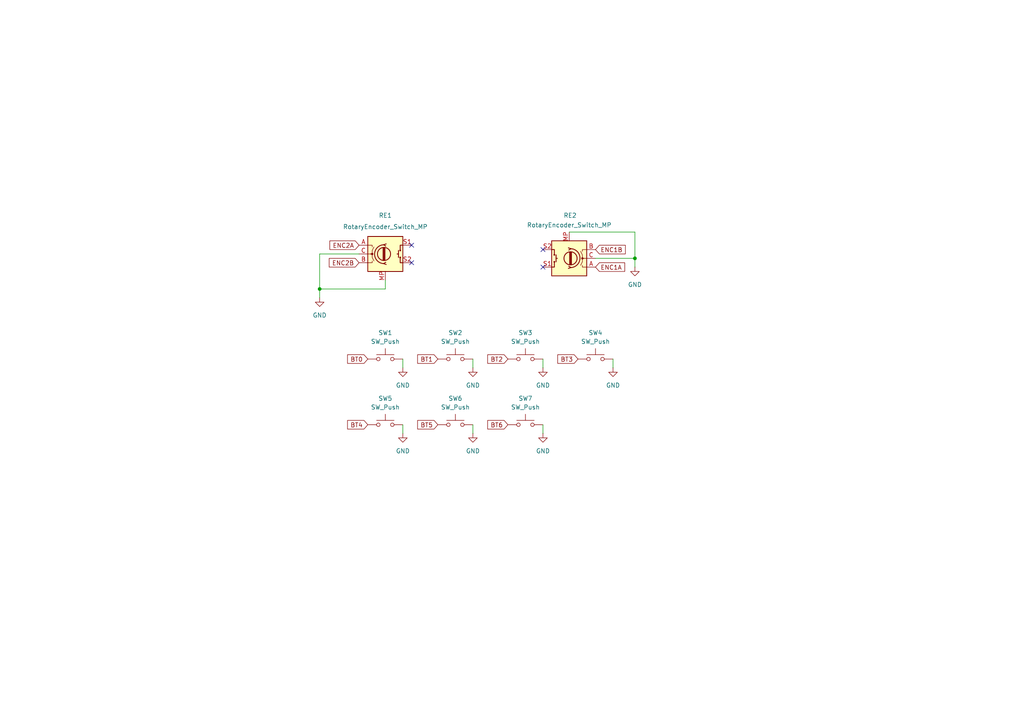
<source format=kicad_sch>
(kicad_sch (version 20231120) (generator "eeschema") (generator_version "8.0")
  (paper "A4")
  (title_block (title "PH-AC  --Another controller for Genshin-impact-like game.") (date "2024-?-？") (rev "Rev2.2") (company "Team PHDesign"))
  (lib_symbols
    (symbol "Device:RotaryEncoder_Switch_MP" (pin_names (offset 0.254) hide)
      (property "Reference" "SW" (at 0 8.89 0))
      (property "Value" "RotaryEncoder_Switch_MP" (at 0 6.35 0))
      (symbol "RotaryEncoder_Switch_MP_0_1"
        (rectangle (start -5.08 5.08) (end 5.08 -5.08) (stroke (width 0.254)) (fill (type background)))
        (circle (center -3.81 0) (radius 0.254) (fill (type outline)))
        (circle (center -0.381 0) (radius 1.905) (stroke (width 0.254)))
        (arc (start -0.381 2.667) (mid -3.0988 -0.0635) (end -0.381 -2.794) (stroke (width 0.254)))
        (polyline (pts (xy -0.635 -1.778) (xy -0.635 1.778)) (stroke (width 0.254)))
        (polyline (pts (xy -0.381 -1.778) (xy -0.381 1.778)) (stroke (width 0.254)))
        (polyline (pts (xy -0.127 1.778) (xy -0.127 -1.778)) (stroke (width 0.254)))
        (polyline (pts (xy 3.81 0) (xy 3.429 0)) (stroke (width 0.254)))
        (polyline (pts (xy 3.81 1.016) (xy 3.81 -1.016)) (stroke (width 0.254)))
        (polyline (pts (xy -5.08 -2.54) (xy -3.81 -2.54) (xy -3.81 -2.032)))
        (polyline (pts (xy -5.08 2.54) (xy -3.81 2.54) (xy -3.81 2.032)))
        (polyline (pts (xy 0.254 -3.048) (xy -0.508 -2.794) (xy 0.127 -2.413)) (stroke (width 0.254)))
        (polyline (pts (xy 0.254 2.921) (xy -0.508 2.667) (xy 0.127 2.286)) (stroke (width 0.254)))
        (polyline (pts (xy 5.08 -2.54) (xy 4.318 -2.54) (xy 4.318 -1.016)) (stroke (width 0.254)))
        (polyline (pts (xy 5.08 2.54) (xy 4.318 2.54) (xy 4.318 1.016)) (stroke (width 0.254)))
        (polyline (pts (xy -5.08 0) (xy -3.81 0) (xy -3.81 -1.016) (xy -3.302 -2.032)))
        (polyline (pts (xy -4.318 0) (xy -3.81 0) (xy -3.81 1.016) (xy -3.302 2.032)))
        (circle (center 4.318 -1.016) (radius 0.127) (stroke (width 0.254)))
        (circle (center 4.318 1.016) (radius 0.127) (stroke (width 0.254)))
      )
      (symbol "RotaryEncoder_Switch_MP_1_1"
        (pin passive line (at -7.62 2.54 0) (length 2.54) (name "A") (number "A"))
        (pin passive line (at -7.62 -2.54 0) (length 2.54) (name "B") (number "B"))
        (pin passive line (at -7.62 0 0) (length 2.54) (name "C") (number "C"))
        (pin passive line (at 0 -7.62 90) (length 2.54) (name "MP") (number "MP"))
        (pin passive line (at 7.62 2.54 180) (length 2.54) (name "S1") (number "S1"))
        (pin passive line (at 7.62 -2.54 180) (length 2.54) (name "S2") (number "S2"))
      )
    )
    (symbol "Switch:SW_Push" (pin_numbers hide) (pin_names (offset 1.016) hide)
      (property "Reference" "SW" (at 1.27 2.54 0))
      (property "Value" "SW_Push" (at 0 -1.524 0))
      (symbol "SW_Push_0_1"
        (circle (center -2.032 0) (radius 0.508))
        (polyline (pts (xy 0 1.27) (xy 0 3.048)))
        (polyline (pts (xy 2.54 1.27) (xy -2.54 1.27)))
        (circle (center 2.032 0) (radius 0.508))
        (pin passive line (at -5.08 0 0) (length 2.54) (name "1") (number "1"))
        (pin passive line (at 5.08 0 180) (length 2.54) (name "2") (number "2"))
      )
    )
    (symbol "power:GND" (power) (pin_numbers hide) (pin_names (offset 0) hide)
      (property "Value" "GND" (at 0 -3.81 0))
      (symbol "GND_0_1"
        (polyline (pts (xy 0 0) (xy 0 -1.27) (xy 1.27 -1.27) (xy 0 -2.54) (xy -1.27 -1.27) (xy 0 -1.27)))
      )
      (symbol "GND_1_1"
        (pin power_in line (at 0 0 270) (length 0) (name "~") (number "1"))
      )
    )
  )
  (junction (at 92.71 83.82))
  (junction (at 184.15 74.93))
  (no_connect (at 157.48 77.47))
  (no_connect (at 157.48 72.39))
  (no_connect (at 119.38 76.2))
  (no_connect (at 119.38 71.12))
  (wire (pts (xy 157.48 104.14) (xy 157.48 106.68)))
  (wire (pts (xy 137.16 123.19) (xy 137.16 125.73)))
  (wire (pts (xy 165.1 67.31) (xy 184.15 67.31)))
  (wire (pts (xy 172.72 74.93) (xy 184.15 74.93)))
  (wire (pts (xy 184.15 67.31) (xy 184.15 74.93)))
  (wire (pts (xy 92.71 73.66) (xy 104.14 73.66)))
  (wire (pts (xy 116.84 104.14) (xy 116.84 106.68)))
  (wire (pts (xy 157.48 123.19) (xy 157.48 125.73)))
  (wire (pts (xy 92.71 83.82) (xy 92.71 73.66)))
  (wire (pts (xy 137.16 104.14) (xy 137.16 106.68)))
  (wire (pts (xy 184.15 74.93) (xy 184.15 77.47)))
  (wire (pts (xy 111.76 81.28) (xy 111.76 83.82)))
  (wire (pts (xy 177.8 104.14) (xy 177.8 106.68)))
  (wire (pts (xy 92.71 83.82) (xy 111.76 83.82)))
  (wire (pts (xy 92.71 83.82) (xy 92.71 86.36)))
  (wire (pts (xy 116.84 123.19) (xy 116.84 125.73)))
  (global_label "ENC2A" (shape input) (at 104.14 71.12 180) (property "Intersheetrefs" "${INTERSHEET_REFS}" (effects (hide yes))))
  (global_label "BT2" (shape input) (at 147.32 104.14 180) (property "Intersheetrefs" "${INTERSHEET_REFS}" (effects (hide yes))))
  (global_label "BT0" (shape input) (at 106.68 104.14 180) (property "Intersheetrefs" "${INTERSHEET_REFS}" (effects (hide yes))))
  (global_label "BT4" (shape input) (at 106.68 123.19 180) (property "Intersheetrefs" "${INTERSHEET_REFS}" (effects (hide yes))))
  (global_label "ENC1A" (shape input) (at 172.72 77.47 0) (property "Intersheetrefs" "${INTERSHEET_REFS}" (effects (hide yes))))
  (global_label "ENC2B" (shape input) (at 104.14 76.2 180) (property "Intersheetrefs" "${INTERSHEET_REFS}" (effects (hide yes))))
  (global_label "BT6" (shape input) (at 147.32 123.19 180) (property "Intersheetrefs" "${INTERSHEET_REFS}" (effects (hide yes))))
  (global_label "BT5" (shape input) (at 127 123.19 180) (property "Intersheetrefs" "${INTERSHEET_REFS}" (effects (hide yes))))
  (global_label "BT1" (shape input) (at 127 104.14 180) (property "Intersheetrefs" "${INTERSHEET_REFS}" (effects (hide yes))))
  (global_label "BT3" (shape input) (at 167.64 104.14 180) (property "Intersheetrefs" "${INTERSHEET_REFS}" (effects (hide yes))))
  (global_label "ENC1B" (shape input) (at 172.72 72.39 0) (property "Intersheetrefs" "${INTERSHEET_REFS}" (effects (hide yes))))
  (symbol (lib_id "power:GND") (at 157.48 106.68 0) (unit 1)
    (property "Reference" "#PWR039" (effects (hide yes)))
    (property "Value" "GND" (at 157.48 111.76 0))
    (property "Description" "Power symbol creates a global label with name \"GND\" , ground" (effects (hide yes)))
  )
  (symbol (lib_id "power:GND") (at 157.48 125.73 0) (unit 1)
    (property "Reference" "#PWR043" (effects (hide yes)))
    (property "Value" "GND" (at 157.48 130.81 0))
    (property "Description" "Power symbol creates a global label with name \"GND\" , ground" (effects (hide yes)))
  )
  (symbol (lib_id "power:GND") (at 184.15 77.47 0) (unit 1)
    (property "Reference" "#PWR035" (effects (hide yes)))
    (property "Value" "GND" (at 184.15 82.55 0))
    (property "Description" "Power symbol creates a global label with name \"GND\" , ground" (effects (hide yes)))
  )
  (symbol (lib_id "Switch:SW_Push") (at 111.76 104.14 0) (unit 1)
    (property "Reference" "SW1" (at 111.76 96.52 0))
    (property "Value" "SW_Push" (at 111.76 99.06 0))
    (property "Footprint" "PCM_Switch_Keyboard_Hotswap_Kailh:SW_Hotswap_Kailh_MX_1.50u" (effects (hide yes)))
    (property "Description" "Push button switch, generic, two pins" (effects (hide yes)))
  )
  (symbol (lib_id "power:GND") (at 177.8 106.68 0) (unit 1)
    (property "Reference" "#PWR040" (effects (hide yes)))
    (property "Value" "GND" (at 177.8 111.76 0))
    (property "Description" "Power symbol creates a global label with name \"GND\" , ground" (effects (hide yes)))
  )
  (symbol (lib_id "Switch:SW_Push") (at 132.08 104.14 0) (unit 1)
    (property "Reference" "SW2" (at 132.08 96.52 0))
    (property "Value" "SW_Push" (at 132.08 99.06 0))
    (property "Footprint" "PCM_Switch_Keyboard_Hotswap_Kailh:SW_Hotswap_Kailh_MX_1.50u" (effects (hide yes)))
    (property "Description" "Push button switch, generic, two pins" (effects (hide yes)))
  )
  (symbol (lib_id "power:GND") (at 116.84 125.73 0) (unit 1)
    (property "Reference" "#PWR041" (effects (hide yes)))
    (property "Value" "GND" (at 116.84 130.81 0))
    (property "Description" "Power symbol creates a global label with name \"GND\" , ground" (effects (hide yes)))
  )
  (symbol (lib_id "power:GND") (at 137.16 106.68 0) (unit 1)
    (property "Reference" "#PWR038" (effects (hide yes)))
    (property "Value" "GND" (at 137.16 111.76 0))
    (property "Description" "Power symbol creates a global label with name \"GND\" , ground" (effects (hide yes)))
  )
  (symbol (lib_id "Switch:SW_Push") (at 152.4 123.19 0) (unit 1)
    (property "Reference" "SW7" (at 152.4 115.57 0))
    (property "Value" "SW_Push" (at 152.4 118.11 0))
    (property "Footprint" "PCM_Switch_Keyboard_Hotswap_Kailh:SW_Hotswap_Kailh_MX_2.25u" (effects (hide yes)))
    (property "Description" "Push button switch, generic, two pins" (effects (hide yes)))
  )
  (symbol (lib_id "Switch:SW_Push") (at 111.76 123.19 0) (unit 1)
    (property "Reference" "SW5" (at 111.76 115.57 0))
    (property "Value" "SW_Push" (at 111.76 118.11 0))
    (property "Footprint" "PCM_Switch_Keyboard_Hotswap_Kailh:SW_Hotswap_Kailh_MX_2.25u" (effects (hide yes)))
    (property "Description" "Push button switch, generic, two pins" (effects (hide yes)))
  )
  (symbol (lib_id "Device:RotaryEncoder_Switch_MP") (at 165.1 74.93 180) (unit 1)
    (property "Reference" "RE2" (at 165.354 62.484 0))
    (property "Value" "RotaryEncoder_Switch_MP" (at 165.1 65.278 0))
    (property "Footprint" "Rotary_Encoder:RotaryEncoder_Alps_EC11E-Switch_Vertical_H20mm" (effects (hide yes)))
    (property "Description" "Rotary encoder, dual channel, incremental quadrate outputs, with switch and MP Pin" (effects (hide yes)))
  )
  (symbol (lib_id "power:GND") (at 116.84 106.68 0) (unit 1)
    (property "Reference" "#PWR037" (effects (hide yes)))
    (property "Value" "GND" (at 116.84 111.76 0))
    (property "Description" "Power symbol creates a global label with name \"GND\" , ground" (effects (hide yes)))
  )
  (symbol (lib_id "Switch:SW_Push") (at 152.4 104.14 0) (unit 1)
    (property "Reference" "SW3" (at 152.4 96.52 0))
    (property "Value" "SW_Push" (at 152.4 99.06 0))
    (property "Footprint" "PCM_Switch_Keyboard_Hotswap_Kailh:SW_Hotswap_Kailh_MX_1.50u" (effects (hide yes)))
    (property "Description" "Push button switch, generic, two pins" (effects (hide yes)))
  )
  (symbol (lib_id "Device:RotaryEncoder_Switch_MP") (at 111.76 73.66 0) (unit 1)
    (property "Reference" "RE1" (at 111.76 62.484 0))
    (property "Value" "RotaryEncoder_Switch_MP" (at 111.76 65.786 0))
    (property "Footprint" "Rotary_Encoder:RotaryEncoder_Alps_EC11E-Switch_Vertical_H20mm" (effects (hide yes)))
    (property "Description" "Rotary encoder, dual channel, incremental quadrate outputs, with switch and MP Pin" (effects (hide yes)))
  )
  (symbol (lib_id "power:GND") (at 92.71 86.36 0) (unit 1)
    (property "Reference" "#PWR034" (effects (hide yes)))
    (property "Value" "GND" (at 92.71 91.44 0))
    (property "Description" "Power symbol creates a global label with name \"GND\" , ground" (effects (hide yes)))
  )
  (symbol (lib_id "Switch:SW_Push") (at 132.08 123.19 0) (unit 1)
    (property "Reference" "SW6" (at 132.08 115.57 0))
    (property "Value" "SW_Push" (at 132.08 118.11 0))
    (property "Footprint" "PCM_Switch_Keyboard_Hotswap_Kailh:SW_Hotswap_Kailh_MX_1.00u" (effects (hide yes)))
    (property "Description" "Push button switch, generic, two pins" (effects (hide yes)))
  )
  (symbol (lib_id "Switch:SW_Push") (at 172.72 104.14 0) (unit 1)
    (property "Reference" "SW4" (at 172.72 96.52 0))
    (property "Value" "SW_Push" (at 172.72 99.06 0))
    (property "Footprint" "PCM_Switch_Keyboard_Hotswap_Kailh:SW_Hotswap_Kailh_MX_1.50u" (effects (hide yes)))
    (property "Description" "Push button switch, generic, two pins" (effects (hide yes)))
  )
  (symbol (lib_id "power:GND") (at 137.16 125.73 0) (unit 1)
    (property "Reference" "#PWR042" (effects (hide yes)))
    (property "Value" "GND" (at 137.16 130.81 0))
    (property "Description" "Power symbol creates a global label with name \"GND\" , ground" (effects (hide yes)))
  )
)
</source>
